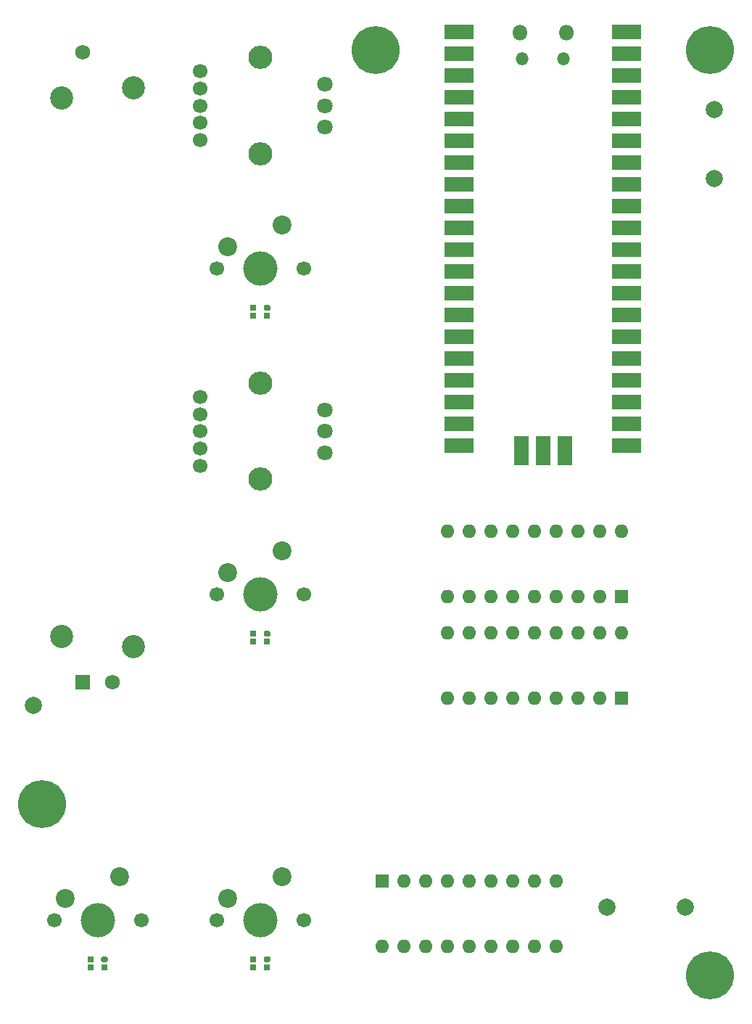
<source format=gts>
%TF.GenerationSoftware,KiCad,Pcbnew,5.1.9-73d0e3b20d~88~ubuntu20.04.1*%
%TF.CreationDate,2021-03-17T19:49:15+01:00*%
%TF.ProjectId,TestBoard,54657374-426f-4617-9264-2e6b69636164,rev?*%
%TF.SameCoordinates,Original*%
%TF.FileFunction,Soldermask,Top*%
%TF.FilePolarity,Negative*%
%FSLAX46Y46*%
G04 Gerber Fmt 4.6, Leading zero omitted, Abs format (unit mm)*
G04 Created by KiCad (PCBNEW 5.1.9-73d0e3b20d~88~ubuntu20.04.1) date 2021-03-17 19:49:15*
%MOMM*%
%LPD*%
G01*
G04 APERTURE LIST*
%ADD10R,1.700000X3.500000*%
%ADD11O,1.500000X1.500000*%
%ADD12O,1.800000X1.800000*%
%ADD13R,3.500000X1.700000*%
%ADD14O,1.600000X1.600000*%
%ADD15R,1.600000X1.600000*%
%ADD16C,5.600000*%
%ADD17C,2.000000*%
%ADD18R,0.800000X0.650000*%
%ADD19C,1.700000*%
%ADD20C,4.000000*%
%ADD21C,2.200000*%
%ADD22O,2.800000X2.700000*%
%ADD23C,1.800000*%
%ADD24C,2.700000*%
%ADD25C,1.750000*%
%ADD26R,1.750000X1.750000*%
G04 APERTURE END LIST*
D10*
%TO.C,U6*%
X129540000Y-120300000D03*
X127000000Y-120300000D03*
X124460000Y-120300000D03*
D11*
X129425000Y-74530000D03*
X124575000Y-74530000D03*
D12*
X129725000Y-71500000D03*
X124275000Y-71500000D03*
D13*
X136790000Y-119630000D03*
X136790000Y-117090000D03*
X136790000Y-114550000D03*
X136790000Y-112010000D03*
X136790000Y-109470000D03*
X136790000Y-106930000D03*
X136790000Y-104390000D03*
X136790000Y-101850000D03*
X136790000Y-99310000D03*
X136790000Y-96770000D03*
X136790000Y-94230000D03*
X136790000Y-91690000D03*
X136790000Y-89150000D03*
X136790000Y-86610000D03*
X136790000Y-84070000D03*
X136790000Y-81530000D03*
X136790000Y-78990000D03*
X136790000Y-76450000D03*
X136790000Y-73910000D03*
X136790000Y-71370000D03*
X117210000Y-119630000D03*
X117210000Y-117090000D03*
X117210000Y-114550000D03*
X117210000Y-112010000D03*
X117210000Y-109470000D03*
X117210000Y-106930000D03*
X117210000Y-104390000D03*
X117210000Y-101850000D03*
X117210000Y-99310000D03*
X117210000Y-96770000D03*
X117210000Y-94230000D03*
X117210000Y-91690000D03*
X117210000Y-89150000D03*
X117210000Y-86610000D03*
X117210000Y-84070000D03*
X117210000Y-81530000D03*
X117210000Y-78990000D03*
X117210000Y-76450000D03*
X117210000Y-73910000D03*
X117210000Y-71370000D03*
%TD*%
D14*
%TO.C,U2*%
X136200000Y-129680000D03*
X115880000Y-137300000D03*
X133660000Y-129680000D03*
X118420000Y-137300000D03*
X131120000Y-129680000D03*
X120960000Y-137300000D03*
X128580000Y-129680000D03*
X123500000Y-137300000D03*
X126040000Y-129680000D03*
X126040000Y-137300000D03*
X123500000Y-129680000D03*
X128580000Y-137300000D03*
X120960000Y-129680000D03*
X131120000Y-137300000D03*
X118420000Y-129680000D03*
X133660000Y-137300000D03*
X115880000Y-129680000D03*
D15*
X136200000Y-137300000D03*
%TD*%
D16*
%TO.C,REF\u002A\u002A*%
X68500000Y-161500000D03*
%TD*%
%TO.C,REF\u002A\u002A*%
X107500000Y-73500000D03*
%TD*%
%TO.C,REF\u002A\u002A*%
X146500000Y-181500000D03*
%TD*%
%TO.C,REF\u002A\u002A*%
X146500000Y-73500000D03*
%TD*%
D14*
%TO.C,U5*%
X136200000Y-141480000D03*
X115880000Y-149100000D03*
X133660000Y-141480000D03*
X118420000Y-149100000D03*
X131120000Y-141480000D03*
X120960000Y-149100000D03*
X128580000Y-141480000D03*
X123500000Y-149100000D03*
X126040000Y-141480000D03*
X126040000Y-149100000D03*
X123500000Y-141480000D03*
X128580000Y-149100000D03*
X120960000Y-141480000D03*
X131120000Y-149100000D03*
X118420000Y-141480000D03*
X133660000Y-149100000D03*
X115880000Y-141480000D03*
D15*
X136200000Y-149100000D03*
%TD*%
D14*
%TO.C,U3*%
X108200000Y-178120000D03*
X128520000Y-170500000D03*
X110740000Y-178120000D03*
X125980000Y-170500000D03*
X113280000Y-178120000D03*
X123440000Y-170500000D03*
X115820000Y-178120000D03*
X120900000Y-170500000D03*
X118360000Y-178120000D03*
X118360000Y-170500000D03*
X120900000Y-178120000D03*
X115820000Y-170500000D03*
X123440000Y-178120000D03*
X113280000Y-170500000D03*
X125980000Y-178120000D03*
X110740000Y-170500000D03*
X128520000Y-178120000D03*
D15*
X108200000Y-170500000D03*
%TD*%
D17*
%TO.C,TP5*%
X143600000Y-173500000D03*
%TD*%
%TO.C,TP4*%
X147000000Y-88500000D03*
%TD*%
%TO.C,TP3*%
X67500000Y-150000000D03*
%TD*%
%TO.C,TP2*%
X147000000Y-80500000D03*
%TD*%
%TO.C,TP1*%
X134500000Y-173500000D03*
%TD*%
D18*
%TO.C,SW6*%
X93200000Y-180500000D03*
X94800000Y-180500000D03*
X93200000Y-179600000D03*
G36*
G01*
X94400000Y-179762500D02*
X94400000Y-179437500D01*
G75*
G02*
X94562500Y-179275000I162500J0D01*
G01*
X95037500Y-179275000D01*
G75*
G02*
X95200000Y-179437500I0J-162500D01*
G01*
X95200000Y-179762500D01*
G75*
G02*
X95037500Y-179925000I-162500J0D01*
G01*
X94562500Y-179925000D01*
G75*
G02*
X94400000Y-179762500I0J162500D01*
G01*
G37*
D19*
X99080000Y-175000000D03*
X88920000Y-175000000D03*
D20*
X94000000Y-175000000D03*
D21*
X90190000Y-172460000D03*
X96540000Y-169920000D03*
%TD*%
D18*
%TO.C,SW5*%
X74200000Y-180500000D03*
X75800000Y-180500000D03*
X74200000Y-179600000D03*
G36*
G01*
X75400000Y-179762500D02*
X75400000Y-179437500D01*
G75*
G02*
X75562500Y-179275000I162500J0D01*
G01*
X76037500Y-179275000D01*
G75*
G02*
X76200000Y-179437500I0J-162500D01*
G01*
X76200000Y-179762500D01*
G75*
G02*
X76037500Y-179925000I-162500J0D01*
G01*
X75562500Y-179925000D01*
G75*
G02*
X75400000Y-179762500I0J162500D01*
G01*
G37*
D19*
X80080000Y-175000000D03*
X69920000Y-175000000D03*
D20*
X75000000Y-175000000D03*
D21*
X71190000Y-172460000D03*
X77540000Y-169920000D03*
%TD*%
D22*
%TO.C,SW4*%
X94000000Y-74400000D03*
D19*
X87000000Y-76000000D03*
X87000000Y-78000000D03*
X87000000Y-80000000D03*
X87000000Y-82000000D03*
D22*
X94000000Y-85600000D03*
D23*
X101500000Y-77500000D03*
X101500000Y-80000000D03*
X101500000Y-82500000D03*
D19*
X87000000Y-84000000D03*
%TD*%
D18*
%TO.C,SW3*%
X93200000Y-104500000D03*
X94800000Y-104500000D03*
X93200000Y-103600000D03*
G36*
G01*
X94400000Y-103762500D02*
X94400000Y-103437500D01*
G75*
G02*
X94562500Y-103275000I162500J0D01*
G01*
X95037500Y-103275000D01*
G75*
G02*
X95200000Y-103437500I0J-162500D01*
G01*
X95200000Y-103762500D01*
G75*
G02*
X95037500Y-103925000I-162500J0D01*
G01*
X94562500Y-103925000D01*
G75*
G02*
X94400000Y-103762500I0J162500D01*
G01*
G37*
D19*
X99080000Y-99000000D03*
X88920000Y-99000000D03*
D20*
X94000000Y-99000000D03*
D21*
X90190000Y-96460000D03*
X96540000Y-93920000D03*
%TD*%
D22*
%TO.C,SW2*%
X94000000Y-112400000D03*
D19*
X87000000Y-114000000D03*
X87000000Y-116000000D03*
X87000000Y-118000000D03*
X87000000Y-120000000D03*
D22*
X94000000Y-123600000D03*
D23*
X101500000Y-115500000D03*
X101500000Y-118000000D03*
X101500000Y-120500000D03*
D19*
X87000000Y-122000000D03*
%TD*%
D18*
%TO.C,SW1*%
X93200000Y-142500000D03*
X94800000Y-142500000D03*
X93200000Y-141600000D03*
G36*
G01*
X94400000Y-141762500D02*
X94400000Y-141437500D01*
G75*
G02*
X94562500Y-141275000I162500J0D01*
G01*
X95037500Y-141275000D01*
G75*
G02*
X95200000Y-141437500I0J-162500D01*
G01*
X95200000Y-141762500D01*
G75*
G02*
X95037500Y-141925000I-162500J0D01*
G01*
X94562500Y-141925000D01*
G75*
G02*
X94400000Y-141762500I0J162500D01*
G01*
G37*
D19*
X99080000Y-137000000D03*
X88920000Y-137000000D03*
D20*
X94000000Y-137000000D03*
D21*
X90190000Y-134460000D03*
X96540000Y-131920000D03*
%TD*%
D24*
%TO.C,RV1*%
X79200000Y-77900000D03*
X79200000Y-143100000D03*
X70800000Y-79100000D03*
X70800000Y-141900000D03*
D25*
X73250000Y-73750000D03*
X76750000Y-147250000D03*
D26*
X73250000Y-147250000D03*
%TD*%
M02*

</source>
